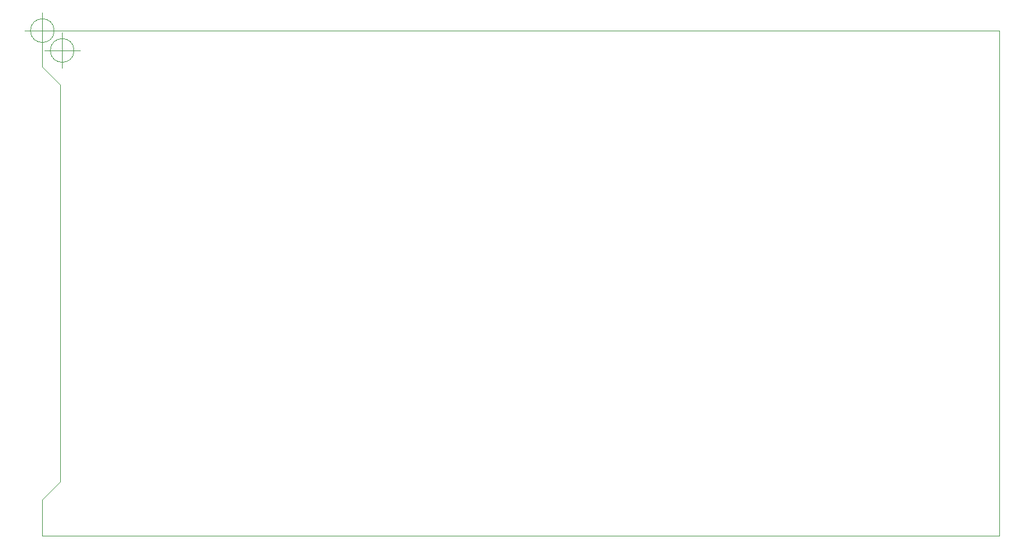
<source format=gbr>
%TF.GenerationSoftware,KiCad,Pcbnew,(5.1.10)-1*%
%TF.CreationDate,2021-10-29T23:59:47-07:00*%
%TF.ProjectId,ATX_PSU_Board,4154585f-5053-4555-9f42-6f6172642e6b,rev?*%
%TF.SameCoordinates,Original*%
%TF.FileFunction,Profile,NP*%
%FSLAX46Y46*%
G04 Gerber Fmt 4.6, Leading zero omitted, Abs format (unit mm)*
G04 Created by KiCad (PCBNEW (5.1.10)-1) date 2021-10-29 23:59:47*
%MOMM*%
%LPD*%
G01*
G04 APERTURE LIST*
%TA.AperFunction,Profile*%
%ADD10C,0.050000*%
%TD*%
G04 APERTURE END LIST*
D10*
X60960000Y-124460000D02*
X160020000Y-124460000D01*
X37226666Y-53340000D02*
G75*
G03*
X37226666Y-53340000I-1666666J0D01*
G01*
X33060000Y-53340000D02*
X38060000Y-53340000D01*
X35560000Y-50840000D02*
X35560000Y-55840000D01*
X160020000Y-124460000D02*
X170180000Y-124460000D01*
X40640000Y-124460000D02*
X60960000Y-124460000D01*
X170180000Y-124460000D02*
X170180000Y-53340000D01*
X170180000Y-53340000D02*
X40640000Y-53340000D01*
X38100000Y-60960000D02*
X38100000Y-116840000D01*
X35560000Y-124460000D02*
X40640000Y-124460000D01*
X35560000Y-119380000D02*
X38100000Y-116840000D01*
X35560000Y-124460000D02*
X35560000Y-119380000D01*
X35560000Y-58420000D02*
X38100000Y-60960000D01*
X35560000Y-53340000D02*
X35560000Y-58420000D01*
X35560000Y-53340000D02*
X40640000Y-53340000D01*
X40020666Y-56134000D02*
G75*
G03*
X40020666Y-56134000I-1666666J0D01*
G01*
X35854000Y-56134000D02*
X40854000Y-56134000D01*
X38354000Y-53634000D02*
X38354000Y-58634000D01*
M02*

</source>
